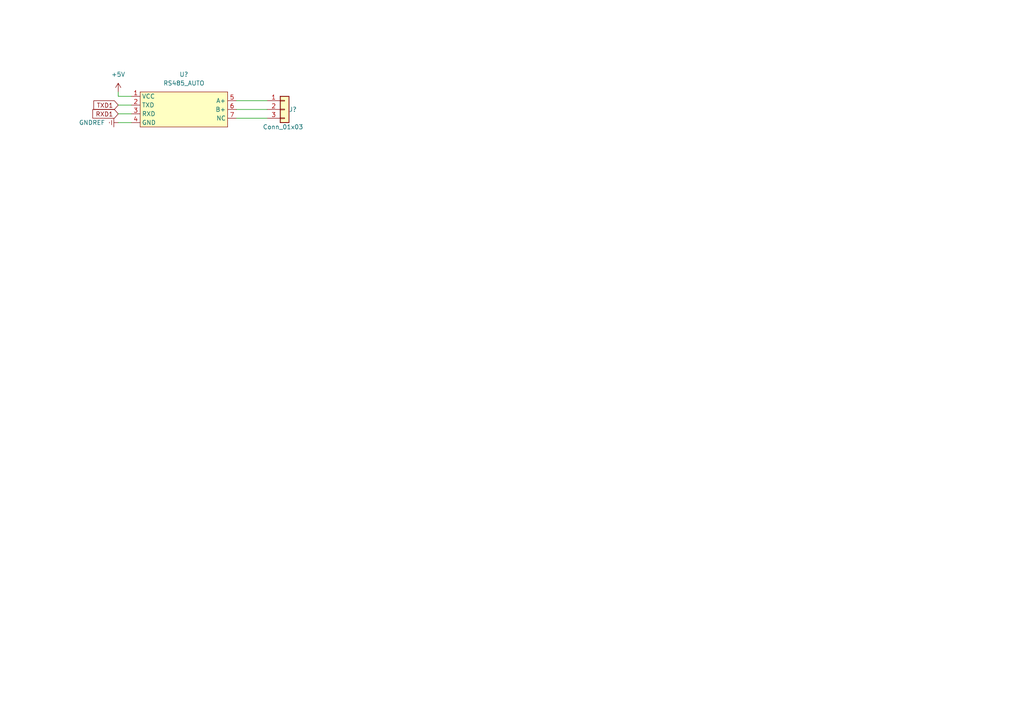
<source format=kicad_sch>
(kicad_sch (version 20211123) (generator eeschema)
  (paper "A4")
  (lib_symbols
    (symbol "Connector_Generic:Conn_01x03" (pin_names (offset 1.016) hide)
      (property "Reference" "J" (at 0 5.08 0))
      (property "Value" "Conn_01x03" (at 0 -5.08 0))
      (symbol "Conn_01x03_1_1"
        (rectangle (start -1.27 -2.413) (end 0 -2.667) (stroke (width 0.1524)))
        (rectangle (start -1.27 0.127) (end 0 -0.127) (stroke (width 0.1524)))
        (rectangle (start -1.27 2.667) (end 0 2.413) (stroke (width 0.1524)))
        (rectangle (start -1.27 3.81) (end 1.27 -3.81) (stroke (width 0.254)) (fill (type background)))
        (pin passive line (at -5.08 2.54 0) (length 3.81) (name "Pin_1") (number "1"))
        (pin passive line (at -5.08 0 0) (length 3.81) (name "Pin_2") (number "2"))
        (pin passive line (at -5.08 -2.54 0) (length 3.81) (name "Pin_3") (number "3"))
      )
    )
    (symbol "M3SYMBOL:RS485_AUTO"
      (property "Reference" "U" (at 10.16 7.62 0))
      (property "Value" "RS485_AUTO" (at -3.81 7.62 0))
      (symbol "RS485_AUTO_0_1"
        (rectangle (start -11.43 6.35) (end 13.97 -3.81) (stroke (width 0.1524)) (fill (type background)))
      )
      (symbol "RS485_AUTO_1_1"
        (pin passive line (at -13.97 5.08 0) (length 2.54) (name "VCC") (number "1"))
        (pin passive line (at -13.97 2.54 0) (length 2.54) (name "TXD") (number "2"))
        (pin passive line (at -13.97 0 0) (length 2.54) (name "RXD") (number "3"))
        (pin passive line (at -13.97 -2.54 0) (length 2.54) (name "GND") (number "4"))
        (pin passive line (at 16.51 3.81 180) (length 2.54) (name "A+") (number "5"))
        (pin passive line (at 16.51 1.27 180) (length 2.54) (name "B+") (number "6"))
        (pin passive line (at 16.51 -1.27 180) (length 2.54) (name "NC") (number "7"))
      )
    )
    (symbol "power:+5V" (power) (pin_names (offset 0))
      (property "Value" "+5V" (at 0 3.556 0))
      (symbol "+5V_0_1"
        (polyline (pts (xy -0.762 1.27) (xy 0 2.54)))
        (polyline (pts (xy 0 0) (xy 0 2.54)))
        (polyline (pts (xy 0 2.54) (xy 0.762 1.27)))
      )
      (symbol "+5V_1_1"
        (pin power_in line (at 0 0 90) (length 0) hide (name "+5V") (number "1"))
      )
    )
    (symbol "power:GNDREF" (power) (pin_names (offset 0))
      (property "Value" "GNDREF" (at 0 -3.81 0))
      (symbol "GNDREF_0_1"
        (polyline (pts (xy -0.635 -1.905) (xy 0.635 -1.905)))
        (polyline (pts (xy -0.127 -2.54) (xy 0.127 -2.54)))
        (polyline (pts (xy 0 -1.27) (xy 0 0)))
        (polyline (pts (xy 1.27 -1.27) (xy -1.27 -1.27)))
      )
      (symbol "GNDREF_1_1"
        (pin power_in line (at 0 0 270) (length 0) hide (name "GNDREF") (number "1"))
      )
    )
  )
  (wire (pts (xy 68.58 29.21) (xy 77.47 29.21)))
  (wire (pts (xy 68.58 34.29) (xy 77.47 34.29)))
  (wire (pts (xy 68.58 31.75) (xy 77.47 31.75)))
  (wire (pts (xy 34.29 33.02) (xy 38.1 33.02)))
  (wire (pts (xy 34.29 27.94) (xy 38.1 27.94)))
  (wire (pts (xy 34.29 35.56) (xy 38.1 35.56)))
  (wire (pts (xy 34.29 30.48) (xy 38.1 30.48)))
  (wire (pts (xy 34.29 26.67) (xy 34.29 27.94)))
  (global_label "TXD1" (shape input) (at 34.29 30.48 180) (property "Intersheet References" "${INTERSHEET_REFS}" (effects hide)))
  (global_label "RXD1" (shape input) (at 34.29 33.02 180) (property "Intersheet References" "${INTERSHEET_REFS}" (effects hide)))
  (symbol (lib_id "M3SYMBOL:RS485_AUTO") (at 52.07 33.02 0) (unit 1)
    (property "Reference" "U?" (at 53.34 21.59 0))
    (property "Value" "RS485_AUTO" (at 53.34 24.13 0))
    (property "Footprint" "M3FOOTPRINT:RS485_AUTO_SMD" (effects hide))
  )
  (symbol (lib_id "Connector_Generic:Conn_01x03") (at 82.55 31.75 0) (unit 1)
    (property "Reference" "J?" (at 83.82 31.75 0) (effects (justify left)))
    (property "Value" "Conn_01x03" (at 76.2 36.83 0) (effects (justify left)))
    (property "Footprint" "TerminalBlock_Phoenix:TerminalBlock_Phoenix_MKDS-1,5-3-5.08_1x03_P5.08mm_Horizontal" (effects hide))
  )
  (symbol (lib_id "power:GNDREF") (at 34.29 35.56 270) (unit 1)
    (property "Reference" "#PWR?" (effects hide))
    (property "Value" "GNDREF" (at 30.48 35.5599 90) (effects (justify right)))
  )
  (symbol (lib_id "power:+5V") (at 34.29 26.67 0) (unit 1)
    (property "Reference" "#PWR?" (effects hide))
    (property "Value" "+5V" (at 34.29 21.59 0))
  )
)
</source>
